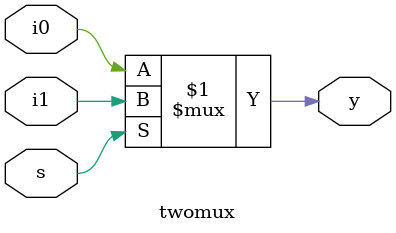
<source format=v>
module twomux(i0,i1,s,y);
input i0,i1,s;
output y;
assign y=s?i1:i0;
endmodule

</source>
